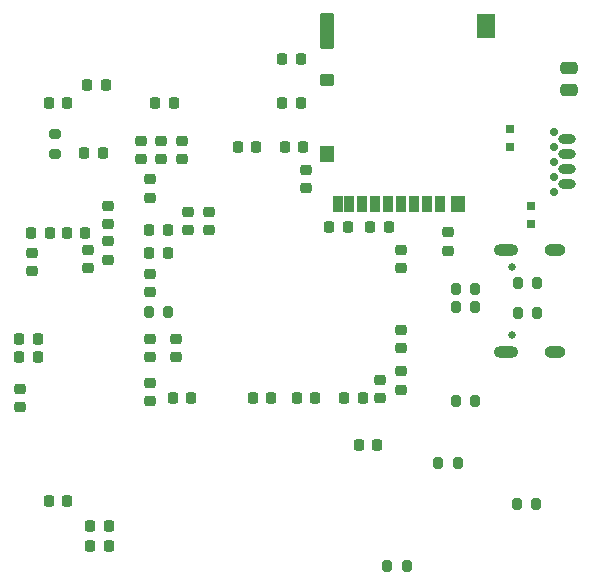
<source format=gbs>
%TF.GenerationSoftware,KiCad,Pcbnew,9.0.1-9.0.1-0~ubuntu24.04.1*%
%TF.CreationDate,2025-06-01T23:52:21-05:00*%
%TF.ProjectId,FC,46432e6b-6963-4616-945f-706362585858,rev?*%
%TF.SameCoordinates,Original*%
%TF.FileFunction,Soldermask,Bot*%
%TF.FilePolarity,Negative*%
%FSLAX46Y46*%
G04 Gerber Fmt 4.6, Leading zero omitted, Abs format (unit mm)*
G04 Created by KiCad (PCBNEW 9.0.1-9.0.1-0~ubuntu24.04.1) date 2025-06-01 23:52:21*
%MOMM*%
%LPD*%
G01*
G04 APERTURE LIST*
G04 Aperture macros list*
%AMRoundRect*
0 Rectangle with rounded corners*
0 $1 Rounding radius*
0 $2 $3 $4 $5 $6 $7 $8 $9 X,Y pos of 4 corners*
0 Add a 4 corners polygon primitive as box body*
4,1,4,$2,$3,$4,$5,$6,$7,$8,$9,$2,$3,0*
0 Add four circle primitives for the rounded corners*
1,1,$1+$1,$2,$3*
1,1,$1+$1,$4,$5*
1,1,$1+$1,$6,$7*
1,1,$1+$1,$8,$9*
0 Add four rect primitives between the rounded corners*
20,1,$1+$1,$2,$3,$4,$5,0*
20,1,$1+$1,$4,$5,$6,$7,0*
20,1,$1+$1,$6,$7,$8,$9,0*
20,1,$1+$1,$8,$9,$2,$3,0*%
G04 Aperture macros list end*
%ADD10O,1.800000X1.000000*%
%ADD11O,2.100000X1.000000*%
%ADD12C,0.650000*%
%ADD13RoundRect,0.225000X-0.225000X-0.250000X0.225000X-0.250000X0.225000X0.250000X-0.225000X0.250000X0*%
%ADD14C,0.700000*%
%ADD15O,1.500000X0.800000*%
%ADD16RoundRect,0.218750X-0.218750X-0.256250X0.218750X-0.256250X0.218750X0.256250X-0.218750X0.256250X0*%
%ADD17RoundRect,0.225000X-0.250000X0.225000X-0.250000X-0.225000X0.250000X-0.225000X0.250000X0.225000X0*%
%ADD18RoundRect,0.225000X0.250000X-0.225000X0.250000X0.225000X-0.250000X0.225000X-0.250000X-0.225000X0*%
%ADD19RoundRect,0.225000X0.225000X0.250000X-0.225000X0.250000X-0.225000X-0.250000X0.225000X-0.250000X0*%
%ADD20R,0.685800X0.711200*%
%ADD21RoundRect,0.200000X-0.200000X-0.275000X0.200000X-0.275000X0.200000X0.275000X-0.200000X0.275000X0*%
%ADD22RoundRect,0.200000X0.200000X0.275000X-0.200000X0.275000X-0.200000X-0.275000X0.200000X-0.275000X0*%
%ADD23RoundRect,0.102000X-0.350000X-0.600000X0.350000X-0.600000X0.350000X0.600000X-0.350000X0.600000X0*%
%ADD24RoundRect,0.102000X-0.500000X-0.600000X0.500000X-0.600000X0.500000X0.600000X-0.500000X0.600000X0*%
%ADD25RoundRect,0.102000X-0.500000X-1.400000X0.500000X-1.400000X0.500000X1.400000X-0.500000X1.400000X0*%
%ADD26RoundRect,0.102000X-0.650000X-0.950000X0.650000X-0.950000X0.650000X0.950000X-0.650000X0.950000X0*%
%ADD27RoundRect,0.102000X-0.500000X-0.400000X0.500000X-0.400000X0.500000X0.400000X-0.500000X0.400000X0*%
%ADD28RoundRect,0.250000X-0.475000X0.250000X-0.475000X-0.250000X0.475000X-0.250000X0.475000X0.250000X0*%
%ADD29RoundRect,0.200000X0.275000X-0.200000X0.275000X0.200000X-0.275000X0.200000X-0.275000X-0.200000X0*%
G04 APERTURE END LIST*
D10*
%TO.C,J1*%
X197325000Y-70430000D03*
D11*
X193145000Y-70430000D03*
D10*
X197325000Y-79070000D03*
D11*
X193145000Y-79070000D03*
D12*
X193645000Y-71860000D03*
X193645000Y-77640000D03*
%TD*%
D13*
%TO.C,C49*%
X154450000Y-58000000D03*
X156000000Y-58000000D03*
%TD*%
%TO.C,C47*%
X157725000Y-56500000D03*
X159275000Y-56500000D03*
%TD*%
D14*
%TO.C,J34*%
X197213500Y-65540000D03*
X197213500Y-64270000D03*
X197213500Y-63000000D03*
X197213500Y-61730000D03*
X197213500Y-60460000D03*
D15*
X198368500Y-64905000D03*
X198368500Y-63635000D03*
X198368500Y-62365000D03*
X198368500Y-61095000D03*
%TD*%
D13*
%TO.C,C18*%
X181700000Y-68500000D03*
X183250000Y-68500000D03*
%TD*%
%TO.C,C3*%
X157975000Y-93800000D03*
X159525000Y-93800000D03*
%TD*%
D16*
%TO.C,L1*%
X162962500Y-68750000D03*
X164537500Y-68750000D03*
%TD*%
D17*
%TO.C,C21*%
X184250000Y-80725000D03*
X184250000Y-82275000D03*
%TD*%
%TO.C,C44*%
X168000000Y-67225000D03*
X168000000Y-68775000D03*
%TD*%
D13*
%TO.C,C23*%
X175475000Y-83000000D03*
X177025000Y-83000000D03*
%TD*%
D18*
%TO.C,C46*%
X162250000Y-62775000D03*
X162250000Y-61225000D03*
%TD*%
D19*
%TO.C,C32*%
X179775000Y-68500000D03*
X178225000Y-68500000D03*
%TD*%
D13*
%TO.C,C2*%
X157975000Y-95550000D03*
X159525000Y-95550000D03*
%TD*%
D19*
%TO.C,C40*%
X181025000Y-83000000D03*
X179475000Y-83000000D03*
%TD*%
D18*
%TO.C,C26*%
X163000000Y-83275000D03*
X163000000Y-81725000D03*
%TD*%
D17*
%TO.C,C27*%
X163000000Y-72475000D03*
X163000000Y-74025000D03*
%TD*%
D20*
%TO.C,U7*%
X195250000Y-66751400D03*
X195250000Y-68250000D03*
%TD*%
D13*
%TO.C,C24*%
X171725000Y-83000000D03*
X173275000Y-83000000D03*
%TD*%
D18*
%TO.C,C14*%
X165750000Y-62775000D03*
X165750000Y-61225000D03*
%TD*%
%TO.C,C7*%
X157750000Y-72000000D03*
X157750000Y-70450000D03*
%TD*%
D21*
%TO.C,R2*%
X188925000Y-75250000D03*
X190575000Y-75250000D03*
%TD*%
D18*
%TO.C,C19*%
X184250000Y-72000000D03*
X184250000Y-70450000D03*
%TD*%
D17*
%TO.C,C37*%
X165250000Y-77975000D03*
X165250000Y-79525000D03*
%TD*%
%TO.C,C45*%
X166250000Y-67225000D03*
X166250000Y-68775000D03*
%TD*%
D22*
%TO.C,R7*%
X164575000Y-75750000D03*
X162925000Y-75750000D03*
%TD*%
%TO.C,R4*%
X195825000Y-75760000D03*
X194175000Y-75760000D03*
%TD*%
D19*
%TO.C,C15*%
X172025000Y-61750000D03*
X170475000Y-61750000D03*
%TD*%
D21*
%TO.C,R6*%
X187425000Y-88500000D03*
X189075000Y-88500000D03*
%TD*%
D22*
%TO.C,R5*%
X184750000Y-97250000D03*
X183100000Y-97250000D03*
%TD*%
D13*
%TO.C,C17*%
X174225000Y-54250000D03*
X175775000Y-54250000D03*
%TD*%
%TO.C,C42*%
X163475000Y-58000000D03*
X165025000Y-58000000D03*
%TD*%
D17*
%TO.C,C38*%
X163000000Y-77975000D03*
X163000000Y-79525000D03*
%TD*%
D19*
%TO.C,C43*%
X164525000Y-70750000D03*
X162975000Y-70750000D03*
%TD*%
%TO.C,C9*%
X153525000Y-78000000D03*
X151975000Y-78000000D03*
%TD*%
D23*
%TO.C,J2*%
X187600000Y-66600000D03*
X186500000Y-66600000D03*
X185400000Y-66600000D03*
X184300000Y-66600000D03*
X183200000Y-66600000D03*
X182100000Y-66600000D03*
X181000000Y-66600000D03*
X179900000Y-66600000D03*
D24*
X178000000Y-62300000D03*
D25*
X178000000Y-51950000D03*
D26*
X191500000Y-51500000D03*
D24*
X189150000Y-66600000D03*
D27*
X178000000Y-56100000D03*
D23*
X178950000Y-66600000D03*
%TD*%
D13*
%TO.C,C25*%
X164975000Y-83000000D03*
X166525000Y-83000000D03*
%TD*%
%TO.C,C13*%
X157475000Y-62250000D03*
X159025000Y-62250000D03*
%TD*%
D18*
%TO.C,C39*%
X188250000Y-70525000D03*
X188250000Y-68975000D03*
%TD*%
D21*
%TO.C,R9*%
X194100000Y-92000000D03*
X195750000Y-92000000D03*
%TD*%
D17*
%TO.C,C34*%
X176250000Y-63700000D03*
X176250000Y-65250000D03*
%TD*%
D13*
%TO.C,C5*%
X152975000Y-69000000D03*
X154525000Y-69000000D03*
%TD*%
D19*
%TO.C,C4*%
X157525000Y-69000000D03*
X155975000Y-69000000D03*
%TD*%
D18*
%TO.C,C35*%
X164000000Y-62775000D03*
X164000000Y-61225000D03*
%TD*%
D13*
%TO.C,C1*%
X154475000Y-91750000D03*
X156025000Y-91750000D03*
%TD*%
%TO.C,C22*%
X180725000Y-87000000D03*
X182275000Y-87000000D03*
%TD*%
D18*
%TO.C,C6*%
X153000000Y-72275000D03*
X153000000Y-70725000D03*
%TD*%
D17*
%TO.C,C20*%
X184250000Y-77225000D03*
X184250000Y-78775000D03*
%TD*%
D18*
%TO.C,C36*%
X159500000Y-71275000D03*
X159500000Y-69725000D03*
%TD*%
D19*
%TO.C,C8*%
X153525000Y-79500000D03*
X151975000Y-79500000D03*
%TD*%
D21*
%TO.C,R10*%
X188925000Y-83250000D03*
X190575000Y-83250000D03*
%TD*%
D20*
%TO.C,U8*%
X193500000Y-61750000D03*
X193500000Y-60251400D03*
%TD*%
D13*
%TO.C,C41*%
X174225000Y-58000000D03*
X175775000Y-58000000D03*
%TD*%
D28*
%TO.C,C48*%
X198500000Y-55050000D03*
X198500000Y-56950000D03*
%TD*%
D19*
%TO.C,C16*%
X176025000Y-61750000D03*
X174475000Y-61750000D03*
%TD*%
D17*
%TO.C,C29*%
X163000000Y-64475000D03*
X163000000Y-66025000D03*
%TD*%
D29*
%TO.C,R8*%
X155000000Y-62325000D03*
X155000000Y-60675000D03*
%TD*%
D17*
%TO.C,C28*%
X159500000Y-66725000D03*
X159500000Y-68275000D03*
%TD*%
D22*
%TO.C,R3*%
X195825000Y-73250000D03*
X194175000Y-73250000D03*
%TD*%
D17*
%TO.C,C33*%
X182500000Y-81475000D03*
X182500000Y-83025000D03*
%TD*%
D21*
%TO.C,R1*%
X188925000Y-73750000D03*
X190575000Y-73750000D03*
%TD*%
D18*
%TO.C,C10*%
X152000000Y-83775000D03*
X152000000Y-82225000D03*
%TD*%
M02*

</source>
